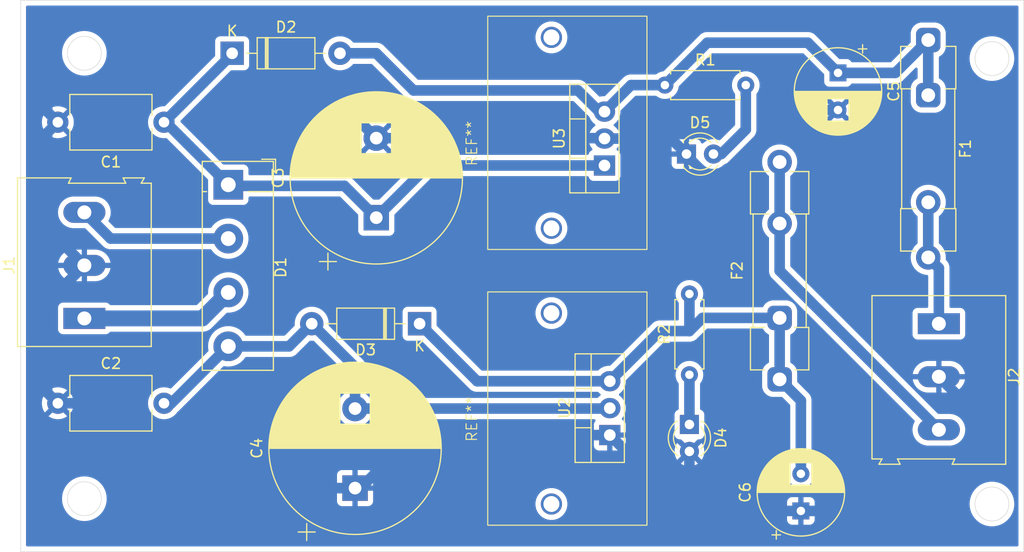
<source format=kicad_pcb>
(kicad_pcb (version 20240108) (generator "pcbnew") (generator_version "8.0")
  (layers (0 "F.Cu" signal) (31 "B.Cu" signal) (34 "B.Paste" user) (35 "F.Paste" user) (36 "B.SilkS" user "B.Silkscreen") (37 "F.SilkS" user "F.Silkscreen") (38 "B.Mask" user) (39 "F.Mask" user) (44 "Edge.Cuts" user))
  (net 0 "")
  (net 1 "Net-(D1-+)")
  (net 2 "Net-(D1--)")
  (net 3 "Net-(D2-A)")
  (net 4 "Net-(D3-K)")
  (net 5 "Net-(J1-Pin_3)")
  (net 6 "Net-(J1-Pin_1)")
  (net 7 "Net-(D4-A)")
  (net 8 "Net-(D5-A)")
  (net 9 "Net-(J2-Pin_1)")
  (net 10 "Net-(J2-Pin_3)")
  (net 11 "Net-(D4-K)")
  (footprint "Diode_THT:D_DO-41_SOD81_P10.16mm_Horizontal" (layer "F.Cu") (at 97.42 74.5)
    (property "Reference" "D2" (at 5.08 -2.47 0) (layer "F.SilkS"))
    (property "Value" "1N4001")
    (fp_text user "K" (at 0 -2.1 0) (layer "F.SilkS"))
    (pad "1" thru_hole rect (at 0 0) (size 2.2 2.2) (drill 1.1) (layers "*.Cu" "*.Mask") (net 1 "Net-(D1-+)"))
    (pad "2" thru_hole oval (at 10.16 0) (size 2.2 2.2) (drill 1.1) (layers "*.Cu" "*.Mask") (net 3 "Net-(D2-A)"))
  )
  (footprint "Resistor_THT:R_Axial_DIN0207_L6.3mm_D2.5mm_P7.62mm_Horizontal" (layer "F.Cu") (at 140.5 104.81 90)
    (property "Reference" "R2" (at 3.81 -2.37 -90) (layer "F.SilkS"))
    (property "Value" "R")
    (pad "1" thru_hole circle (at 0 0 90) (size 1.6 1.6) (drill 0.8) (layers "*.Cu" "*.Mask") (net 11 "Net-(D4-K)"))
    (pad "2" thru_hole oval (at 7.62 0 90) (size 1.6 1.6) (drill 0.8) (layers "*.Cu" "*.Mask") (net 4 "Net-(D3-K)"))
  )
  (footprint "Package_TO_SOT_THT:TO-220-3_Vertical" (layer "F.Cu") (at 132.5 85.08 90)
    (property "Reference" "U3" (at 2.54 -4.27 -90) (layer "F.SilkS"))
    (property "Value" "LM7812_TO220")
    (pad "1" thru_hole rect (at 0 0 90) (size 1.905 2) (drill 1.1) (layers "*.Cu" "*.Mask") (net 1 "Net-(D1-+)"))
    (pad "2" thru_hole oval (at 2.54 0 90) (size 1.905 2) (drill 1.1) (layers "*.Cu" "*.Mask") (net 7 "Net-(D4-A)"))
    (pad "3" thru_hole oval (at 5.08 0 90) (size 1.905 2) (drill 1.1) (layers "*.Cu" "*.Mask") (net 3 "Net-(D2-A)"))
  )
  (footprint "LED_THT:LED_D3.0mm" (layer "F.Cu") (at 140.5 109.5 -90)
    (property "Reference" "D4" (at 1.27 -2.96 90) (layer "F.SilkS"))
    (property "Value" "LED")
    (pad "1" thru_hole rect (at 0 0 270) (size 1.8 1.8) (drill 0.9) (layers "*.Cu" "*.Mask") (net 11 "Net-(D4-K)"))
    (pad "2" thru_hole circle (at 2.54 0 270) (size 1.8 1.8) (drill 0.9) (layers "*.Cu" "*.Mask") (net 7 "Net-(D4-A)"))
  )
  (footprint "Diode_THT:Diode_Bridge_Vishay_KBL" (layer "F.Cu") (at 97.0575 86.8925 -90)
    (property "Reference" "D1" (at 7.8 -4.95 90) (layer "F.SilkS"))
    (property "Value" "D_Bridge_+AA-")
    (pad "1" thru_hole rect (at 0 0 270) (size 2.8 2.8) (drill 1.4) (layers "*.Cu" "*.Mask") (net 1 "Net-(D1-+)"))
    (pad "2" thru_hole circle (at 5.08 0 270) (size 2.8 2.8) (drill 1.4) (layers "*.Cu" "*.Mask") (net 5 "Net-(J1-Pin_3)"))
    (pad "3" thru_hole circle (at 10.16 0 270) (size 2.8 2.8) (drill 1.4) (layers "*.Cu" "*.Mask") (net 6 "Net-(J1-Pin_1)"))
    (pad "4" thru_hole circle (at 15.24 0 270) (size 2.8 2.8) (drill 1.4) (layers "*.Cu" "*.Mask") (net 2 "Net-(D1--)"))
  )
  (footprint "Capacitor_THT:CP_Radial_D16.0mm_P7.50mm" (layer "F.Cu") (at 109 115.5 90)
    (property "Reference" "C4" (at 3.75 -9.25 -90) (layer "F.SilkS"))
    (property "Value" "C_Polarized")
    (pad "1" thru_hole rect (at 0 0 90) (size 2.4 2.4) (drill 1.2) (layers "*.Cu" "*.Mask") (net 7 "Net-(D4-A)"))
    (pad "2" thru_hole circle (at 7.5 0 90) (size 2.4 2.4) (drill 1.2) (layers "*.Cu" "*.Mask") (net 2 "Net-(D1--)"))
  )
  (footprint "Heatsink:Heatsink_TO220_22x25x15mm_P_18mm" (layer "F.Cu") (at 129 82 90)
    (property "Reference" "REF**" (at -1 -9 90) (layer "F.SilkS") (effects (font (thickness 0.1))))
    (property "Value" "Heatsink")
    (pad "1" thru_hole circle (at -9 -1.5 90) (size 2 2) (drill 1.5) (layers "*.Cu" "*.Mask"))
    (pad "2" thru_hole circle (at 9 -1.5 90) (size 2 2) (drill 1.5) (layers "*.Cu" "*.Mask"))
  )
  (footprint "LED_THT:LED_D3.0mm" (layer "F.Cu") (at 140.225 84)
    (property "Reference" "D5" (at 1.27 -2.96 0) (layer "F.SilkS"))
    (property "Value" "LED")
    (pad "1" thru_hole rect (at 0 0) (size 1.8 1.8) (drill 0.9) (layers "*.Cu" "*.Mask") (net 7 "Net-(D4-A)"))
    (pad "2" thru_hole circle (at 2.54 0) (size 1.8 1.8) (drill 0.9) (layers "*.Cu" "*.Mask") (net 8 "Net-(D5-A)"))
  )
  (footprint "Package_TO_SOT_THT:TO-220-3_Vertical" (layer "F.Cu") (at 133 110.5 90)
    (property "Reference" "U2" (at 2.54 -4.27 -90) (layer "F.SilkS"))
    (property "Value" "LM7912_TO220")
    (pad "1" thru_hole rect (at 0 0 90) (size 1.905 2) (drill 1.1) (layers "*.Cu" "*.Mask") (net 7 "Net-(D4-A)"))
    (pad "2" thru_hole oval (at 2.54 0 90) (size 1.905 2) (drill 1.1) (layers "*.Cu" "*.Mask") (net 2 "Net-(D1--)"))
    (pad "3" thru_hole oval (at 5.08 0 90) (size 1.905 2) (drill 1.1) (layers "*.Cu" "*.Mask") (net 4 "Net-(D3-K)"))
  )
  (footprint "Fuse:Fuseholder_Clip-5x20mm_Littelfuse_520_Inline_P20.50x5.80mm_D1.30mm_Horizontal" (layer "F.Cu") (at 149 105.25 90)
    (property "Reference" "F2" (at 10.25 -4 -90) (layer "F.SilkS"))
    (property "Value" "Fuse")
    (pad "1" thru_hole roundrect (at 0 0 90) (size 2.3 2.3) (drill 1.3) (layers "*.Cu" "*.Mask") (net 4 "Net-(D3-K)"))
    (pad "1" thru_hole roundrect (at 5.8 0 90) (size 2.3 2.3) (drill 1.3) (layers "*.Cu" "*.Mask") (net 4 "Net-(D3-K)"))
    (pad "2" thru_hole circle (at 14.7 0 90) (size 2.3 2.3) (drill 1.3) (layers "*.Cu" "*.Mask") (net 10 "Net-(J2-Pin_3)"))
    (pad "2" thru_hole circle (at 20.5 0 90) (size 2.3 2.3) (drill 1.3) (layers "*.Cu" "*.Mask") (net 10 "Net-(J2-Pin_3)"))
  )
  (footprint "Capacitor_THT:CP_Radial_D8.0mm_P3.50mm" (layer "F.Cu") (at 151 117.652651 90)
    (property "Reference" "C6" (at 1.75 -5.25 -90) (layer "F.SilkS"))
    (property "Value" "C_Polarized")
    (pad "1" thru_hole rect (at 0 0 90) (size 1.6 1.6) (drill 0.8) (layers "*.Cu" "*.Mask") (net 7 "Net-(D4-A)"))
    (pad "2" thru_hole circle (at 3.5 0 90) (size 1.6 1.6) (drill 0.8) (layers "*.Cu" "*.Mask") (net 4 "Net-(D3-K)"))
  )
  (footprint "TerminalBlock:TerminalBlock_Altech_AK300-3_P5.00mm" (layer "F.Cu") (at 83.5 99.5 90)
    (property "Reference" "J1" (at 5 -7.1 -90) (layer "F.SilkS"))
    (property "Value" "Screw_Terminal_01x03")
    (pad "1" thru_hole rect (at 0 0 90) (size 1.98 3.96) (drill 1.32) (layers "*.Cu" "*.Mask") (net 6 "Net-(J1-Pin_1)"))
    (pad "2" thru_hole oval (at 5 0 90) (size 1.98 3.96) (drill 1.32) (layers "*.Cu" "*.Mask") (net 7 "Net-(D4-A)"))
    (pad "3" thru_hole oval (at 10 0 90) (size 1.98 3.96) (drill 1.32) (layers "*.Cu" "*.Mask") (net 5 "Net-(J1-Pin_3)"))
  )
  (footprint "Capacitor_THT:C_Disc_D7.5mm_W5.0mm_P10.00mm" (layer "F.Cu") (at 91 81 180)
    (property "Reference" "C1" (at 5 -3.75 180) (layer "F.SilkS"))
    (property "Value" "C")
    (pad "1" thru_hole circle (at 0 0 180) (size 2 2) (drill 1) (layers "*.Cu" "*.Mask") (net 1 "Net-(D1-+)"))
    (pad "2" thru_hole circle (at 10 0 180) (size 2 2) (drill 1) (layers "*.Cu" "*.Mask") (net 7 "Net-(D4-A)"))
  )
  (footprint "Capacitor_THT:C_Disc_D7.5mm_W5.0mm_P10.00mm" (layer "F.Cu") (at 81 107.5)
    (property "Reference" "C2" (at 5 -3.75 0) (layer "F.SilkS"))
    (property "Value" "C")
    (pad "1" thru_hole circle (at 0 0) (size 2 2) (drill 1) (layers "*.Cu" "*.Mask") (net 7 "Net-(D4-A)"))
    (pad "2" thru_hole circle (at 10 0) (size 2 2) (drill 1) (layers "*.Cu" "*.Mask") (net 2 "Net-(D1--)"))
  )
  (footprint "Capacitor_THT:CP_Radial_D16.0mm_P7.50mm" (layer "F.Cu") (at 111 90 90)
    (property "Reference" "C3" (at 3.75 -9.25 90) (layer "F.SilkS"))
    (property "Value" "C_Polarized")
    (pad "1" thru_hole rect (at 0 0 90) (size 2.4 2.4) (drill 1.2) (layers "*.Cu" "*.Mask") (net 1 "Net-(D1-+)"))
    (pad "2" thru_hole circle (at 7.5 0 90) (size 2.4 2.4) (drill 1.2) (layers "*.Cu" "*.Mask") (net 7 "Net-(D4-A)"))
  )
  (footprint "Diode_THT:D_DO-41_SOD81_P10.16mm_Horizontal" (layer "F.Cu") (at 115.08 100 180)
    (property "Reference" "D3" (at 5.08 -2.47 180) (layer "F.SilkS"))
    (property "Value" "1N4001")
    (fp_text user "K" (at 0 -2.1 180) (layer "F.SilkS"))
    (pad "1" thru_hole rect (at 0 0 180) (size 2.2 2.2) (drill 1.1) (layers "*.Cu" "*.Mask") (net 4 "Net-(D3-K)"))
    (pad "2" thru_hole oval (at 10.16 0 180) (size 2.2 2.2) (drill 1.1) (layers "*.Cu" "*.Mask") (net 2 "Net-(D1--)"))
  )
  (footprint "Resistor_THT:R_Axial_DIN0207_L6.3mm_D2.5mm_P7.62mm_Horizontal" (layer "F.Cu") (at 138.19 77.5)
    (property "Reference" "R1" (at 3.81 -2.37 0) (layer "F.SilkS"))
    (property "Value" "R")
    (pad "1" thru_hole circle (at 0 0) (size 1.6 1.6) (drill 0.8) (layers "*.Cu" "*.Mask") (net 3 "Net-(D2-A)"))
    (pad "2" thru_hole oval (at 7.62 0) (size 1.6 1.6) (drill 0.8) (layers "*.Cu" "*.Mask") (net 8 "Net-(D5-A)"))
  )
  (footprint "TerminalBlock:TerminalBlock_Altech_AK300-3_P5.00mm" (layer "F.Cu") (at 164 100 -90)
    (property "Reference" "J2" (at 5 -7.1 90) (layer "F.SilkS"))
    (property "Value" "Screw_Terminal_01x03")
    (pad "1" thru_hole rect (at 0 0 270) (size 1.98 3.96) (drill 1.32) (layers "*.Cu" "*.Mask") (net 9 "Net-(J2-Pin_1)"))
    (pad "2" thru_hole oval (at 5 0 270) (size 1.98 3.96) (drill 1.32) (layers "*.Cu" "*.Mask") (net 7 "Net-(D4-A)"))
    (pad "3" thru_hole oval (at 10 0 270) (size 1.98 3.96) (drill 1.32) (layers "*.Cu" "*.Mask") (net 10 "Net-(J2-Pin_3)"))
  )
  (footprint "Heatsink:Heatsink_TO220_22x25x15mm_P_18mm" (layer "F.Cu") (at 129 108 90)
    (property "Reference" "REF**" (at -1 -9 90) (layer "F.SilkS") (effects (font (thickness 0.1))))
    (property "Value" "Heatsink")
    (pad "1" thru_hole circle (at -9 -1.5 90) (size 2 2) (drill 1.5) (layers "*.Cu" "*.Mask"))
    (pad "2" thru_hole circle (at 9 -1.5 90) (size 2 2) (drill 1.5) (layers "*.Cu" "*.Mask"))
  )
  (footprint "Fuse:Fuseholder_Clip-5x20mm_Littelfuse_445-030_Inline_P20.50x5.20mm_D1.30mm_Horizontal" (layer "F.Cu") (at 163 73.25 -90)
    (property "Reference" "F1" (at 10.25 -3.5 90) (layer "F.SilkS"))
    (property "Value" "Fuse")
    (pad "1" thru_hole roundrect (at 0 0 270) (size 2.3 2.3) (drill 1.3) (layers "*.Cu" "*.Mask") (net 3 "Net-(D2-A)"))
    (pad "1" thru_hole roundrect (at 5.2 0 270) (size 2.3 2.3) (drill 1.3) (layers "*.Cu" "*.Mask") (net 3 "Net-(D2-A)"))
    (pad "2" thru_hole circle (at 15.3 0 270) (size 2.3 2.3) (drill 1.3) (layers "*.Cu" "*.Mask") (net 9 "Net-(J2-Pin_1)"))
    (pad "2" thru_hole circle (at 20.5 0 270) (size 2.3 2.3) (drill 1.3) (layers "*.Cu" "*.Mask") (net 9 "Net-(J2-Pin_1)"))
  )
  (footprint "Capacitor_THT:CP_Radial_D8.0mm_P3.50mm" (layer "F.Cu") (at 154.5 76.347349 -90)
    (property "Reference" "C5" (at 1.75 -5.25 90) (layer "F.SilkS"))
    (property "Value" "C_Polarized")
    (pad "1" thru_hole rect (at 0 0 270) (size 1.6 1.6) (drill 0.8) (layers "*.Cu" "*.Mask") (net 3 "Net-(D2-A)"))
    (pad "2" thru_hole circle (at 3.5 0 270) (size 1.6 1.6) (drill 0.8) (layers "*.Cu" "*.Mask") (net 7 "Net-(D4-A)"))
  )
  (gr_rect (start 77.5 69.5) (end 172 121.5) (stroke (width 0.05)) (fill none) (layer "Edge.Cuts"))
  (gr_circle (center 169 117) (end 170.6 117) (stroke (width 0.05)) (fill none) (layer "Edge.Cuts"))
  (gr_circle (center 169 75) (end 170.6 75) (stroke (width 0.05)) (fill none) (layer "Edge.Cuts"))
  (gr_circle (center 83.5 116.5) (end 85.1 116.5) (stroke (width 0.05)) (fill none) (layer "Edge.Cuts"))
  (gr_circle (center 83.5 74.5) (end 85.1 74.5) (stroke (width 0.05)) (fill none) (layer "Edge.Cuts"))
  (segment (start 97.42 74.58) (end 91 81) (width 1) (layer "B.Cu") (net 1))
  (segment (start 108 87) (end 97.165 87) (width 1) (layer "B.Cu") (net 1))
  (segment (start 115.92 85.08) (end 132.5 85.08) (width 1) (layer "B.Cu") (net 1))
  (segment (start 111 90) (end 108 87) (width 1) (layer "B.Cu") (net 1))
  (segment (start 111 90) (end 115.92 85.08) (width 1) (layer "B.Cu") (net 1))
  (segment (start 97.42 74.5) (end 97.42 74.58) (width 1) (layer "B.Cu") (net 1))
  (segment (start 97.165 87) (end 97.0575 86.8925) (width 1) (layer "B.Cu") (net 1))
  (segment (start 91.165 81) (end 97.0575 86.8925) (width 1) (layer "B.Cu") (net 1))
  (segment (start 91 81) (end 91.165 81) (width 1) (layer "B.Cu") (net 1))
  (segment (start 109 104.08) (end 104.92 100) (width 1) (layer "B.Cu") (net 2))
  (segment (start 109 108.512755) (end 109.512755 108) (width 1) (layer "B.Cu") (net 2))
  (segment (start 109.512755 108) (end 132.96 108) (width 1) (layer "B.Cu") (net 2))
  (segment (start 91 107.5) (end 91.69 107.5) (width 1) (layer "B.Cu") (net 2))
  (segment (start 109 108.512755) (end 109 104.08) (width 1) (layer "B.Cu") (net 2))
  (segment (start 102.7875 102.1325) (end 104.92 100) (width 1) (layer "B.Cu") (net 2))
  (segment (start 132.96 108) (end 133 107.96) (width 1) (layer "B.Cu") (net 2))
  (segment (start 97.0575 102.1325) (end 102.7875 102.1325) (width 1) (layer "B.Cu") (net 2))
  (segment (start 91.69 107.5) (end 97.0575 102.1325) (width 1) (layer "B.Cu") (net 2))
  (segment (start 114.5 78) (end 111 74.5) (width 1) (layer "B.Cu") (net 3))
  (segment (start 138.19 77.5) (end 142.19 73.5) (width 1) (layer "B.Cu") (net 3))
  (segment (start 163 73.25) (end 163 78.45) (width 1) (layer "B.Cu") (net 3))
  (segment (start 130 78) (end 114.5 78) (width 1) (layer "B.Cu") (net 3))
  (segment (start 142.19 73.5) (end 151.652651 73.5) (width 1) (layer "B.Cu") (net 3))
  (segment (start 154.5 76.347349) (end 159.902651 76.347349) (width 1) (layer "B.Cu") (net 3))
  (segment (start 138.19 77.5) (end 135 77.5) (width 1) (layer "B.Cu") (net 3))
  (segment (start 151.652651 73.5) (end 154.5 76.347349) (width 1) (layer "B.Cu") (net 3))
  (segment (start 132 80) (end 130 78) (width 1) (layer "B.Cu") (net 3))
  (segment (start 135 77.5) (end 132.5 80) (width 1) (layer "B.Cu") (net 3))
  (segment (start 111 74.5) (end 107.58 74.5) (width 1) (layer "B.Cu") (net 3))
  (segment (start 132.5 80) (end 132 80) (width 1) (layer "B.Cu") (net 3))
  (segment (start 159.902651 76.347349) (end 163 73.25) (width 1) (layer "B.Cu") (net 3))
  (segment (start 149 99.45) (end 141.74 99.45) (width 1) (layer "B.Cu") (net 4))
  (segment (start 151 107.25) (end 149 105.25) (width 1) (layer "B.Cu") (net 4))
  (segment (start 149 99.45) (end 149 105.25) (width 1) (layer "B.Cu") (net 4))
  (segment (start 120.5 105.42) (end 133 105.42) (width 1) (layer "B.Cu") (net 4))
  (segment (start 137.73 100.69) (end 133 105.42) (width 1) (layer "B.Cu") (net 4))
  (segment (start 140.5 100.69) (end 137.73 100.69) (width 1) (layer "B.Cu") (net 4))
  (segment (start 141.74 99.45) (end 140.5 100.69) (width 1) (layer "B.Cu") (net 4))
  (segment (start 140.5 97.19) (end 140.5 100.69) (width 1) (layer "B.Cu") (net 4))
  (segment (start 115.08 100) (end 120.5 105.42) (width 1) (layer "B.Cu") (net 4))
  (segment (start 151 114.152651) (end 151 107.25) (width 1) (layer "B.Cu") (net 4))
  (segment (start 97.0575 91.9725) (end 85.9725 91.9725) (width 1) (layer "B.Cu") (net 5))
  (segment (start 85.9725 91.9725) (end 83.5 89.5) (width 1) (layer "B.Cu") (net 5))
  (segment (start 94.61 99.5) (end 97.0575 97.0525) (width 1.5) (layer "B.Cu") (net 6))
  (segment (start 83.5 99.5) (end 94.61 99.5) (width 1.5) (layer "B.Cu") (net 6))
  (segment (start 80 80) (end 80 73.65692) (width 1) (layer "B.Cu") (net 7))
  (segment (start 81 107.5) (end 84 107.5) (width 1) (layer "B.Cu") (net 7))
  (segment (start 167.950256 108.950256) (end 167.950256 112.549744) (width 1) (layer "B.Cu") (net 7))
  (segment (start 132.46 82.5) (end 132.5 82.54) (width 1) (layer "B.Cu") (net 7))
  (segment (start 80 91) (end 83.5 94.5) (width 1) (layer "B.Cu") (net 7))
  (segment (start 84 107.5) (end 92 115.5) (width 1) (layer "B.Cu") (net 7))
  (segment (start 141.977994 85.9) (end 144.80944 85.9) (width 1) (layer "B.Cu") (net 7))
  (segment (start 83.5 94.5) (end 80 98) (width 1) (layer "B.Cu") (net 7))
  (segment (start 141 116.5) (end 140.5 116.5) (width 1) (layer "B.Cu") (net 7))
  (segment (start 139.5 117) (end 139.75 117.25) (width 1) (layer "B.Cu") (net 7))
  (segment (start 162.847349 117.652651) (end 151 117.652651) (width 1) (layer "B.Cu") (net 7))
  (segment (start 140.5 112.04) (end 140.5 116) (width 1) (layer "B.Cu") (net 7))
  (segment (start 140.225 84.147006) (end 141.977994 85.9) (width 1) (layer "B.Cu") (net 7))
  (segment (start 80 98) (end 80 106.5) (width 1) (layer "B.Cu") (net 7))
  (segment (start 80 106.5) (end 81 107.5) (width 1) (layer "B.Cu") (net 7))
  (segment (start 144.80944 85.9) (end 150.862091 79.847349) (width 1) (layer "B.Cu") (net 7))
  (segment (start 141 116.5) (end 141 117.652651) (width 1) (layer "B.Cu") (net 7))
  (segment (start 99.738 71.238) (end 111 82.5) (width 1) (layer "B.Cu") (net 7))
  (segment (start 81 81) (end 80 82) (width 1) (layer "B.Cu") (net 7))
  (segment (start 140.152651 117.652651) (end 141 117.652651) (width 1) (layer "B.Cu") (net 7))
  (segment (start 167.950256 112.549744) (end 162.847349 117.652651) (width 1) (layer "B.Cu") (net 7))
  (segment (start 111 82.5) (end 132.46 82.5) (width 1) (layer "B.Cu") (net 7))
  (segment (start 139.75 117.25) (end 140.152651 117.652651) (width 1) (layer "B.Cu") (net 7))
  (segment (start 140.5 116.5) (end 139.75 117.25) (width 1) (layer "B.Cu") (net 7))
  (segment (start 140.225 84) (end 140.225 84.147006) (width 1) (layer "B.Cu") (net 7))
  (segment (start 92 115.5) (end 109 115.5) (width 1) (layer "B.Cu") (net 7))
  (segment (start 138.765 82.54) (end 140.225 84) (width 1) (layer "B.Cu") (net 7))
  (segment (start 132.5 82.54) (end 138.765 82.54) (width 1) (layer "B.Cu") (net 7))
  (segment (start 150.862091 79.847349) (end 154.5 79.847349) (width 1) (layer "B.Cu") (net 7))
  (segment (start 140.5 116) (end 139.5 117) (width 1) (layer "B.Cu") (net 7))
  (segment (start 109 116.012755) (end 114.512755 110.5) (width 1) (layer "B.Cu") (net 7))
  (segment (start 164 105) (end 167.950256 108.950256) (width 1) (layer "B.Cu") (net 7))
  (segment (start 80 73.65692) (end 82.41892 71.238) (width 1) (layer "B.Cu") (net 7))
  (segment (start 140.5 116) (end 141 116.5) (width 1) (layer "B.Cu") (net 7))
  (segment (start 114.512755 110.5) (end 133 110.5) (width 1) (layer "B.Cu") (net 7))
  (segment (start 80 82) (end 80 91) (width 1) (layer "B.Cu") (net 7))
  (segment (start 81 81) (end 80 80) (width 1) (layer "B.Cu") (net 7))
  (segment (start 133 110.5) (end 139.5 117) (width 1) (layer "B.Cu") (net 7))
  (segment (start 141 117.652651) (end 151 117.652651) (width 1) (layer "B.Cu") (net 7))
  (segment (start 82.41892 71.238) (end 99.738 71.238) (width 1) (layer "B.Cu") (net 7))
  (segment (start 145.81 81.69) (end 145.81 77.5) (width 1) (layer "B.Cu") (net 8))
  (segment (start 142.765 84) (end 143.5 84) (width 1) (layer "B.Cu") (net 8))
  (segment (start 143.5 84) (end 145.81 81.69) (width 1) (layer "B.Cu") (net 8))
  (segment (start 164 94.75) (end 163 93.75) (width 1) (layer "B.Cu") (net 9))
  (segment (start 164 100) (end 164 94.75) (width 1) (layer "B.Cu") (net 9))
  (segment (start 163 88.55) (end 163 93.75) (width 1) (layer "B.Cu") (net 9))
  (segment (start 149 90.55) (end 149 95) (width 1) (layer "B.Cu") (net 10))
  (segment (start 149 95) (end 164 110) (width 1) (layer "B.Cu") (net 10))
  (segment (start 149 84.75) (end 149 90.55) (width 1) (layer "B.Cu") (net 10))
  (segment (start 140.5 109.5) (end 140.5 104.81) (width 1) (layer "B.Cu") (net 11))
  (zone (net 7) (net_name "Net-(D4-A)") (layer "B.Cu") (connect_pads (clearance 0.5)) (min_thickness 0.25) (fill yes (thermal_gap 0.5) (thermal_bridge_width 0.5))
    (polygon (pts (xy 78 70) (xy 171.5 70) (xy 171.5 121) (xy 78 121)))
  )
)
</source>
